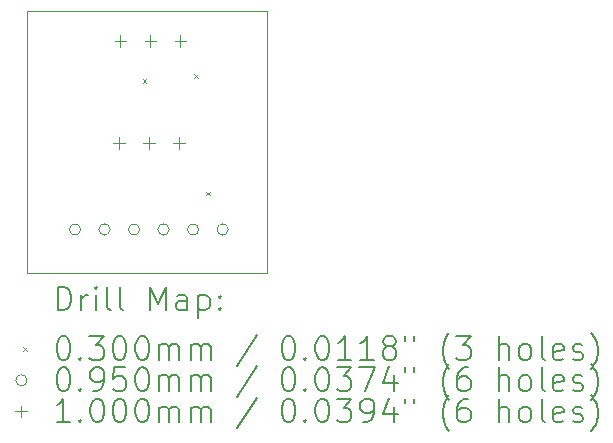
<source format=gbr>
%TF.GenerationSoftware,KiCad,Pcbnew,8.0.3*%
%TF.CreationDate,2024-11-04T16:53:38-08:00*%
%TF.ProjectId,MicPCB,4d696350-4342-42e6-9b69-6361645f7063,rev?*%
%TF.SameCoordinates,Original*%
%TF.FileFunction,Drillmap*%
%TF.FilePolarity,Positive*%
%FSLAX45Y45*%
G04 Gerber Fmt 4.5, Leading zero omitted, Abs format (unit mm)*
G04 Created by KiCad (PCBNEW 8.0.3) date 2024-11-04 16:53:38*
%MOMM*%
%LPD*%
G01*
G04 APERTURE LIST*
%ADD10C,0.050000*%
%ADD11C,0.200000*%
%ADD12C,0.100000*%
G04 APERTURE END LIST*
D10*
X8686800Y-5613400D02*
X10713720Y-5613400D01*
X10713720Y-7833360D01*
X8686800Y-7833360D01*
X8686800Y-5613400D01*
D11*
D12*
X9662400Y-6192760D02*
X9692400Y-6222760D01*
X9692400Y-6192760D02*
X9662400Y-6222760D01*
X10099280Y-6147040D02*
X10129280Y-6177040D01*
X10129280Y-6147040D02*
X10099280Y-6177040D01*
X10200880Y-7142720D02*
X10230880Y-7172720D01*
X10230880Y-7142720D02*
X10200880Y-7172720D01*
X9138000Y-7463000D02*
G75*
G02*
X9043000Y-7463000I-47500J0D01*
G01*
X9043000Y-7463000D02*
G75*
G02*
X9138000Y-7463000I47500J0D01*
G01*
X9388000Y-7463000D02*
G75*
G02*
X9293000Y-7463000I-47500J0D01*
G01*
X9293000Y-7463000D02*
G75*
G02*
X9388000Y-7463000I47500J0D01*
G01*
X9638000Y-7463000D02*
G75*
G02*
X9543000Y-7463000I-47500J0D01*
G01*
X9543000Y-7463000D02*
G75*
G02*
X9638000Y-7463000I47500J0D01*
G01*
X9888000Y-7463000D02*
G75*
G02*
X9793000Y-7463000I-47500J0D01*
G01*
X9793000Y-7463000D02*
G75*
G02*
X9888000Y-7463000I47500J0D01*
G01*
X10138000Y-7463000D02*
G75*
G02*
X10043000Y-7463000I-47500J0D01*
G01*
X10043000Y-7463000D02*
G75*
G02*
X10138000Y-7463000I47500J0D01*
G01*
X10388000Y-7463000D02*
G75*
G02*
X10293000Y-7463000I-47500J0D01*
G01*
X10293000Y-7463000D02*
G75*
G02*
X10388000Y-7463000I47500J0D01*
G01*
X9461500Y-6681000D02*
X9461500Y-6781000D01*
X9411500Y-6731000D02*
X9511500Y-6731000D01*
X9475700Y-5819980D02*
X9475700Y-5919980D01*
X9425700Y-5869980D02*
X9525700Y-5869980D01*
X9715500Y-6681000D02*
X9715500Y-6781000D01*
X9665500Y-6731000D02*
X9765500Y-6731000D01*
X9729700Y-5819980D02*
X9729700Y-5919980D01*
X9679700Y-5869980D02*
X9779700Y-5869980D01*
X9969500Y-6681000D02*
X9969500Y-6781000D01*
X9919500Y-6731000D02*
X10019500Y-6731000D01*
X9983700Y-5819980D02*
X9983700Y-5919980D01*
X9933700Y-5869980D02*
X10033700Y-5869980D01*
D11*
X8945077Y-8147344D02*
X8945077Y-7947344D01*
X8945077Y-7947344D02*
X8992696Y-7947344D01*
X8992696Y-7947344D02*
X9021267Y-7956868D01*
X9021267Y-7956868D02*
X9040315Y-7975915D01*
X9040315Y-7975915D02*
X9049839Y-7994963D01*
X9049839Y-7994963D02*
X9059363Y-8033058D01*
X9059363Y-8033058D02*
X9059363Y-8061629D01*
X9059363Y-8061629D02*
X9049839Y-8099725D01*
X9049839Y-8099725D02*
X9040315Y-8118772D01*
X9040315Y-8118772D02*
X9021267Y-8137820D01*
X9021267Y-8137820D02*
X8992696Y-8147344D01*
X8992696Y-8147344D02*
X8945077Y-8147344D01*
X9145077Y-8147344D02*
X9145077Y-8014010D01*
X9145077Y-8052106D02*
X9154601Y-8033058D01*
X9154601Y-8033058D02*
X9164124Y-8023534D01*
X9164124Y-8023534D02*
X9183172Y-8014010D01*
X9183172Y-8014010D02*
X9202220Y-8014010D01*
X9268886Y-8147344D02*
X9268886Y-8014010D01*
X9268886Y-7947344D02*
X9259363Y-7956868D01*
X9259363Y-7956868D02*
X9268886Y-7966391D01*
X9268886Y-7966391D02*
X9278410Y-7956868D01*
X9278410Y-7956868D02*
X9268886Y-7947344D01*
X9268886Y-7947344D02*
X9268886Y-7966391D01*
X9392696Y-8147344D02*
X9373648Y-8137820D01*
X9373648Y-8137820D02*
X9364124Y-8118772D01*
X9364124Y-8118772D02*
X9364124Y-7947344D01*
X9497458Y-8147344D02*
X9478410Y-8137820D01*
X9478410Y-8137820D02*
X9468886Y-8118772D01*
X9468886Y-8118772D02*
X9468886Y-7947344D01*
X9726029Y-8147344D02*
X9726029Y-7947344D01*
X9726029Y-7947344D02*
X9792696Y-8090201D01*
X9792696Y-8090201D02*
X9859363Y-7947344D01*
X9859363Y-7947344D02*
X9859363Y-8147344D01*
X10040315Y-8147344D02*
X10040315Y-8042582D01*
X10040315Y-8042582D02*
X10030791Y-8023534D01*
X10030791Y-8023534D02*
X10011744Y-8014010D01*
X10011744Y-8014010D02*
X9973648Y-8014010D01*
X9973648Y-8014010D02*
X9954601Y-8023534D01*
X10040315Y-8137820D02*
X10021267Y-8147344D01*
X10021267Y-8147344D02*
X9973648Y-8147344D01*
X9973648Y-8147344D02*
X9954601Y-8137820D01*
X9954601Y-8137820D02*
X9945077Y-8118772D01*
X9945077Y-8118772D02*
X9945077Y-8099725D01*
X9945077Y-8099725D02*
X9954601Y-8080677D01*
X9954601Y-8080677D02*
X9973648Y-8071153D01*
X9973648Y-8071153D02*
X10021267Y-8071153D01*
X10021267Y-8071153D02*
X10040315Y-8061629D01*
X10135553Y-8014010D02*
X10135553Y-8214010D01*
X10135553Y-8023534D02*
X10154601Y-8014010D01*
X10154601Y-8014010D02*
X10192696Y-8014010D01*
X10192696Y-8014010D02*
X10211744Y-8023534D01*
X10211744Y-8023534D02*
X10221267Y-8033058D01*
X10221267Y-8033058D02*
X10230791Y-8052106D01*
X10230791Y-8052106D02*
X10230791Y-8109248D01*
X10230791Y-8109248D02*
X10221267Y-8128296D01*
X10221267Y-8128296D02*
X10211744Y-8137820D01*
X10211744Y-8137820D02*
X10192696Y-8147344D01*
X10192696Y-8147344D02*
X10154601Y-8147344D01*
X10154601Y-8147344D02*
X10135553Y-8137820D01*
X10316505Y-8128296D02*
X10326029Y-8137820D01*
X10326029Y-8137820D02*
X10316505Y-8147344D01*
X10316505Y-8147344D02*
X10306982Y-8137820D01*
X10306982Y-8137820D02*
X10316505Y-8128296D01*
X10316505Y-8128296D02*
X10316505Y-8147344D01*
X10316505Y-8023534D02*
X10326029Y-8033058D01*
X10326029Y-8033058D02*
X10316505Y-8042582D01*
X10316505Y-8042582D02*
X10306982Y-8033058D01*
X10306982Y-8033058D02*
X10316505Y-8023534D01*
X10316505Y-8023534D02*
X10316505Y-8042582D01*
D12*
X8654300Y-8460860D02*
X8684300Y-8490860D01*
X8684300Y-8460860D02*
X8654300Y-8490860D01*
D11*
X8983172Y-8367344D02*
X9002220Y-8367344D01*
X9002220Y-8367344D02*
X9021267Y-8376868D01*
X9021267Y-8376868D02*
X9030791Y-8386391D01*
X9030791Y-8386391D02*
X9040315Y-8405439D01*
X9040315Y-8405439D02*
X9049839Y-8443534D01*
X9049839Y-8443534D02*
X9049839Y-8491153D01*
X9049839Y-8491153D02*
X9040315Y-8529249D01*
X9040315Y-8529249D02*
X9030791Y-8548296D01*
X9030791Y-8548296D02*
X9021267Y-8557820D01*
X9021267Y-8557820D02*
X9002220Y-8567344D01*
X9002220Y-8567344D02*
X8983172Y-8567344D01*
X8983172Y-8567344D02*
X8964124Y-8557820D01*
X8964124Y-8557820D02*
X8954601Y-8548296D01*
X8954601Y-8548296D02*
X8945077Y-8529249D01*
X8945077Y-8529249D02*
X8935553Y-8491153D01*
X8935553Y-8491153D02*
X8935553Y-8443534D01*
X8935553Y-8443534D02*
X8945077Y-8405439D01*
X8945077Y-8405439D02*
X8954601Y-8386391D01*
X8954601Y-8386391D02*
X8964124Y-8376868D01*
X8964124Y-8376868D02*
X8983172Y-8367344D01*
X9135553Y-8548296D02*
X9145077Y-8557820D01*
X9145077Y-8557820D02*
X9135553Y-8567344D01*
X9135553Y-8567344D02*
X9126029Y-8557820D01*
X9126029Y-8557820D02*
X9135553Y-8548296D01*
X9135553Y-8548296D02*
X9135553Y-8567344D01*
X9211744Y-8367344D02*
X9335553Y-8367344D01*
X9335553Y-8367344D02*
X9268886Y-8443534D01*
X9268886Y-8443534D02*
X9297458Y-8443534D01*
X9297458Y-8443534D02*
X9316505Y-8453058D01*
X9316505Y-8453058D02*
X9326029Y-8462582D01*
X9326029Y-8462582D02*
X9335553Y-8481630D01*
X9335553Y-8481630D02*
X9335553Y-8529249D01*
X9335553Y-8529249D02*
X9326029Y-8548296D01*
X9326029Y-8548296D02*
X9316505Y-8557820D01*
X9316505Y-8557820D02*
X9297458Y-8567344D01*
X9297458Y-8567344D02*
X9240315Y-8567344D01*
X9240315Y-8567344D02*
X9221267Y-8557820D01*
X9221267Y-8557820D02*
X9211744Y-8548296D01*
X9459363Y-8367344D02*
X9478410Y-8367344D01*
X9478410Y-8367344D02*
X9497458Y-8376868D01*
X9497458Y-8376868D02*
X9506982Y-8386391D01*
X9506982Y-8386391D02*
X9516505Y-8405439D01*
X9516505Y-8405439D02*
X9526029Y-8443534D01*
X9526029Y-8443534D02*
X9526029Y-8491153D01*
X9526029Y-8491153D02*
X9516505Y-8529249D01*
X9516505Y-8529249D02*
X9506982Y-8548296D01*
X9506982Y-8548296D02*
X9497458Y-8557820D01*
X9497458Y-8557820D02*
X9478410Y-8567344D01*
X9478410Y-8567344D02*
X9459363Y-8567344D01*
X9459363Y-8567344D02*
X9440315Y-8557820D01*
X9440315Y-8557820D02*
X9430791Y-8548296D01*
X9430791Y-8548296D02*
X9421267Y-8529249D01*
X9421267Y-8529249D02*
X9411744Y-8491153D01*
X9411744Y-8491153D02*
X9411744Y-8443534D01*
X9411744Y-8443534D02*
X9421267Y-8405439D01*
X9421267Y-8405439D02*
X9430791Y-8386391D01*
X9430791Y-8386391D02*
X9440315Y-8376868D01*
X9440315Y-8376868D02*
X9459363Y-8367344D01*
X9649839Y-8367344D02*
X9668886Y-8367344D01*
X9668886Y-8367344D02*
X9687934Y-8376868D01*
X9687934Y-8376868D02*
X9697458Y-8386391D01*
X9697458Y-8386391D02*
X9706982Y-8405439D01*
X9706982Y-8405439D02*
X9716505Y-8443534D01*
X9716505Y-8443534D02*
X9716505Y-8491153D01*
X9716505Y-8491153D02*
X9706982Y-8529249D01*
X9706982Y-8529249D02*
X9697458Y-8548296D01*
X9697458Y-8548296D02*
X9687934Y-8557820D01*
X9687934Y-8557820D02*
X9668886Y-8567344D01*
X9668886Y-8567344D02*
X9649839Y-8567344D01*
X9649839Y-8567344D02*
X9630791Y-8557820D01*
X9630791Y-8557820D02*
X9621267Y-8548296D01*
X9621267Y-8548296D02*
X9611744Y-8529249D01*
X9611744Y-8529249D02*
X9602220Y-8491153D01*
X9602220Y-8491153D02*
X9602220Y-8443534D01*
X9602220Y-8443534D02*
X9611744Y-8405439D01*
X9611744Y-8405439D02*
X9621267Y-8386391D01*
X9621267Y-8386391D02*
X9630791Y-8376868D01*
X9630791Y-8376868D02*
X9649839Y-8367344D01*
X9802220Y-8567344D02*
X9802220Y-8434010D01*
X9802220Y-8453058D02*
X9811744Y-8443534D01*
X9811744Y-8443534D02*
X9830791Y-8434010D01*
X9830791Y-8434010D02*
X9859363Y-8434010D01*
X9859363Y-8434010D02*
X9878410Y-8443534D01*
X9878410Y-8443534D02*
X9887934Y-8462582D01*
X9887934Y-8462582D02*
X9887934Y-8567344D01*
X9887934Y-8462582D02*
X9897458Y-8443534D01*
X9897458Y-8443534D02*
X9916505Y-8434010D01*
X9916505Y-8434010D02*
X9945077Y-8434010D01*
X9945077Y-8434010D02*
X9964125Y-8443534D01*
X9964125Y-8443534D02*
X9973648Y-8462582D01*
X9973648Y-8462582D02*
X9973648Y-8567344D01*
X10068886Y-8567344D02*
X10068886Y-8434010D01*
X10068886Y-8453058D02*
X10078410Y-8443534D01*
X10078410Y-8443534D02*
X10097458Y-8434010D01*
X10097458Y-8434010D02*
X10126029Y-8434010D01*
X10126029Y-8434010D02*
X10145077Y-8443534D01*
X10145077Y-8443534D02*
X10154601Y-8462582D01*
X10154601Y-8462582D02*
X10154601Y-8567344D01*
X10154601Y-8462582D02*
X10164125Y-8443534D01*
X10164125Y-8443534D02*
X10183172Y-8434010D01*
X10183172Y-8434010D02*
X10211744Y-8434010D01*
X10211744Y-8434010D02*
X10230791Y-8443534D01*
X10230791Y-8443534D02*
X10240315Y-8462582D01*
X10240315Y-8462582D02*
X10240315Y-8567344D01*
X10630791Y-8357820D02*
X10459363Y-8614963D01*
X10887934Y-8367344D02*
X10906982Y-8367344D01*
X10906982Y-8367344D02*
X10926029Y-8376868D01*
X10926029Y-8376868D02*
X10935553Y-8386391D01*
X10935553Y-8386391D02*
X10945077Y-8405439D01*
X10945077Y-8405439D02*
X10954601Y-8443534D01*
X10954601Y-8443534D02*
X10954601Y-8491153D01*
X10954601Y-8491153D02*
X10945077Y-8529249D01*
X10945077Y-8529249D02*
X10935553Y-8548296D01*
X10935553Y-8548296D02*
X10926029Y-8557820D01*
X10926029Y-8557820D02*
X10906982Y-8567344D01*
X10906982Y-8567344D02*
X10887934Y-8567344D01*
X10887934Y-8567344D02*
X10868887Y-8557820D01*
X10868887Y-8557820D02*
X10859363Y-8548296D01*
X10859363Y-8548296D02*
X10849839Y-8529249D01*
X10849839Y-8529249D02*
X10840315Y-8491153D01*
X10840315Y-8491153D02*
X10840315Y-8443534D01*
X10840315Y-8443534D02*
X10849839Y-8405439D01*
X10849839Y-8405439D02*
X10859363Y-8386391D01*
X10859363Y-8386391D02*
X10868887Y-8376868D01*
X10868887Y-8376868D02*
X10887934Y-8367344D01*
X11040315Y-8548296D02*
X11049839Y-8557820D01*
X11049839Y-8557820D02*
X11040315Y-8567344D01*
X11040315Y-8567344D02*
X11030791Y-8557820D01*
X11030791Y-8557820D02*
X11040315Y-8548296D01*
X11040315Y-8548296D02*
X11040315Y-8567344D01*
X11173648Y-8367344D02*
X11192696Y-8367344D01*
X11192696Y-8367344D02*
X11211744Y-8376868D01*
X11211744Y-8376868D02*
X11221267Y-8386391D01*
X11221267Y-8386391D02*
X11230791Y-8405439D01*
X11230791Y-8405439D02*
X11240315Y-8443534D01*
X11240315Y-8443534D02*
X11240315Y-8491153D01*
X11240315Y-8491153D02*
X11230791Y-8529249D01*
X11230791Y-8529249D02*
X11221267Y-8548296D01*
X11221267Y-8548296D02*
X11211744Y-8557820D01*
X11211744Y-8557820D02*
X11192696Y-8567344D01*
X11192696Y-8567344D02*
X11173648Y-8567344D01*
X11173648Y-8567344D02*
X11154601Y-8557820D01*
X11154601Y-8557820D02*
X11145077Y-8548296D01*
X11145077Y-8548296D02*
X11135553Y-8529249D01*
X11135553Y-8529249D02*
X11126029Y-8491153D01*
X11126029Y-8491153D02*
X11126029Y-8443534D01*
X11126029Y-8443534D02*
X11135553Y-8405439D01*
X11135553Y-8405439D02*
X11145077Y-8386391D01*
X11145077Y-8386391D02*
X11154601Y-8376868D01*
X11154601Y-8376868D02*
X11173648Y-8367344D01*
X11430791Y-8567344D02*
X11316506Y-8567344D01*
X11373648Y-8567344D02*
X11373648Y-8367344D01*
X11373648Y-8367344D02*
X11354601Y-8395915D01*
X11354601Y-8395915D02*
X11335553Y-8414963D01*
X11335553Y-8414963D02*
X11316506Y-8424487D01*
X11621267Y-8567344D02*
X11506982Y-8567344D01*
X11564125Y-8567344D02*
X11564125Y-8367344D01*
X11564125Y-8367344D02*
X11545077Y-8395915D01*
X11545077Y-8395915D02*
X11526029Y-8414963D01*
X11526029Y-8414963D02*
X11506982Y-8424487D01*
X11735553Y-8453058D02*
X11716506Y-8443534D01*
X11716506Y-8443534D02*
X11706982Y-8434010D01*
X11706982Y-8434010D02*
X11697458Y-8414963D01*
X11697458Y-8414963D02*
X11697458Y-8405439D01*
X11697458Y-8405439D02*
X11706982Y-8386391D01*
X11706982Y-8386391D02*
X11716506Y-8376868D01*
X11716506Y-8376868D02*
X11735553Y-8367344D01*
X11735553Y-8367344D02*
X11773648Y-8367344D01*
X11773648Y-8367344D02*
X11792696Y-8376868D01*
X11792696Y-8376868D02*
X11802220Y-8386391D01*
X11802220Y-8386391D02*
X11811744Y-8405439D01*
X11811744Y-8405439D02*
X11811744Y-8414963D01*
X11811744Y-8414963D02*
X11802220Y-8434010D01*
X11802220Y-8434010D02*
X11792696Y-8443534D01*
X11792696Y-8443534D02*
X11773648Y-8453058D01*
X11773648Y-8453058D02*
X11735553Y-8453058D01*
X11735553Y-8453058D02*
X11716506Y-8462582D01*
X11716506Y-8462582D02*
X11706982Y-8472106D01*
X11706982Y-8472106D02*
X11697458Y-8491153D01*
X11697458Y-8491153D02*
X11697458Y-8529249D01*
X11697458Y-8529249D02*
X11706982Y-8548296D01*
X11706982Y-8548296D02*
X11716506Y-8557820D01*
X11716506Y-8557820D02*
X11735553Y-8567344D01*
X11735553Y-8567344D02*
X11773648Y-8567344D01*
X11773648Y-8567344D02*
X11792696Y-8557820D01*
X11792696Y-8557820D02*
X11802220Y-8548296D01*
X11802220Y-8548296D02*
X11811744Y-8529249D01*
X11811744Y-8529249D02*
X11811744Y-8491153D01*
X11811744Y-8491153D02*
X11802220Y-8472106D01*
X11802220Y-8472106D02*
X11792696Y-8462582D01*
X11792696Y-8462582D02*
X11773648Y-8453058D01*
X11887934Y-8367344D02*
X11887934Y-8405439D01*
X11964125Y-8367344D02*
X11964125Y-8405439D01*
X12259363Y-8643534D02*
X12249839Y-8634010D01*
X12249839Y-8634010D02*
X12230791Y-8605439D01*
X12230791Y-8605439D02*
X12221268Y-8586391D01*
X12221268Y-8586391D02*
X12211744Y-8557820D01*
X12211744Y-8557820D02*
X12202220Y-8510201D01*
X12202220Y-8510201D02*
X12202220Y-8472106D01*
X12202220Y-8472106D02*
X12211744Y-8424487D01*
X12211744Y-8424487D02*
X12221268Y-8395915D01*
X12221268Y-8395915D02*
X12230791Y-8376868D01*
X12230791Y-8376868D02*
X12249839Y-8348296D01*
X12249839Y-8348296D02*
X12259363Y-8338772D01*
X12316506Y-8367344D02*
X12440315Y-8367344D01*
X12440315Y-8367344D02*
X12373648Y-8443534D01*
X12373648Y-8443534D02*
X12402220Y-8443534D01*
X12402220Y-8443534D02*
X12421268Y-8453058D01*
X12421268Y-8453058D02*
X12430791Y-8462582D01*
X12430791Y-8462582D02*
X12440315Y-8481630D01*
X12440315Y-8481630D02*
X12440315Y-8529249D01*
X12440315Y-8529249D02*
X12430791Y-8548296D01*
X12430791Y-8548296D02*
X12421268Y-8557820D01*
X12421268Y-8557820D02*
X12402220Y-8567344D01*
X12402220Y-8567344D02*
X12345077Y-8567344D01*
X12345077Y-8567344D02*
X12326029Y-8557820D01*
X12326029Y-8557820D02*
X12316506Y-8548296D01*
X12678410Y-8567344D02*
X12678410Y-8367344D01*
X12764125Y-8567344D02*
X12764125Y-8462582D01*
X12764125Y-8462582D02*
X12754601Y-8443534D01*
X12754601Y-8443534D02*
X12735553Y-8434010D01*
X12735553Y-8434010D02*
X12706982Y-8434010D01*
X12706982Y-8434010D02*
X12687934Y-8443534D01*
X12687934Y-8443534D02*
X12678410Y-8453058D01*
X12887934Y-8567344D02*
X12868887Y-8557820D01*
X12868887Y-8557820D02*
X12859363Y-8548296D01*
X12859363Y-8548296D02*
X12849839Y-8529249D01*
X12849839Y-8529249D02*
X12849839Y-8472106D01*
X12849839Y-8472106D02*
X12859363Y-8453058D01*
X12859363Y-8453058D02*
X12868887Y-8443534D01*
X12868887Y-8443534D02*
X12887934Y-8434010D01*
X12887934Y-8434010D02*
X12916506Y-8434010D01*
X12916506Y-8434010D02*
X12935553Y-8443534D01*
X12935553Y-8443534D02*
X12945077Y-8453058D01*
X12945077Y-8453058D02*
X12954601Y-8472106D01*
X12954601Y-8472106D02*
X12954601Y-8529249D01*
X12954601Y-8529249D02*
X12945077Y-8548296D01*
X12945077Y-8548296D02*
X12935553Y-8557820D01*
X12935553Y-8557820D02*
X12916506Y-8567344D01*
X12916506Y-8567344D02*
X12887934Y-8567344D01*
X13068887Y-8567344D02*
X13049839Y-8557820D01*
X13049839Y-8557820D02*
X13040315Y-8538772D01*
X13040315Y-8538772D02*
X13040315Y-8367344D01*
X13221268Y-8557820D02*
X13202220Y-8567344D01*
X13202220Y-8567344D02*
X13164125Y-8567344D01*
X13164125Y-8567344D02*
X13145077Y-8557820D01*
X13145077Y-8557820D02*
X13135553Y-8538772D01*
X13135553Y-8538772D02*
X13135553Y-8462582D01*
X13135553Y-8462582D02*
X13145077Y-8443534D01*
X13145077Y-8443534D02*
X13164125Y-8434010D01*
X13164125Y-8434010D02*
X13202220Y-8434010D01*
X13202220Y-8434010D02*
X13221268Y-8443534D01*
X13221268Y-8443534D02*
X13230791Y-8462582D01*
X13230791Y-8462582D02*
X13230791Y-8481630D01*
X13230791Y-8481630D02*
X13135553Y-8500677D01*
X13306982Y-8557820D02*
X13326030Y-8567344D01*
X13326030Y-8567344D02*
X13364125Y-8567344D01*
X13364125Y-8567344D02*
X13383172Y-8557820D01*
X13383172Y-8557820D02*
X13392696Y-8538772D01*
X13392696Y-8538772D02*
X13392696Y-8529249D01*
X13392696Y-8529249D02*
X13383172Y-8510201D01*
X13383172Y-8510201D02*
X13364125Y-8500677D01*
X13364125Y-8500677D02*
X13335553Y-8500677D01*
X13335553Y-8500677D02*
X13316506Y-8491153D01*
X13316506Y-8491153D02*
X13306982Y-8472106D01*
X13306982Y-8472106D02*
X13306982Y-8462582D01*
X13306982Y-8462582D02*
X13316506Y-8443534D01*
X13316506Y-8443534D02*
X13335553Y-8434010D01*
X13335553Y-8434010D02*
X13364125Y-8434010D01*
X13364125Y-8434010D02*
X13383172Y-8443534D01*
X13459363Y-8643534D02*
X13468887Y-8634010D01*
X13468887Y-8634010D02*
X13487934Y-8605439D01*
X13487934Y-8605439D02*
X13497458Y-8586391D01*
X13497458Y-8586391D02*
X13506982Y-8557820D01*
X13506982Y-8557820D02*
X13516506Y-8510201D01*
X13516506Y-8510201D02*
X13516506Y-8472106D01*
X13516506Y-8472106D02*
X13506982Y-8424487D01*
X13506982Y-8424487D02*
X13497458Y-8395915D01*
X13497458Y-8395915D02*
X13487934Y-8376868D01*
X13487934Y-8376868D02*
X13468887Y-8348296D01*
X13468887Y-8348296D02*
X13459363Y-8338772D01*
D12*
X8684300Y-8739860D02*
G75*
G02*
X8589300Y-8739860I-47500J0D01*
G01*
X8589300Y-8739860D02*
G75*
G02*
X8684300Y-8739860I47500J0D01*
G01*
D11*
X8983172Y-8631344D02*
X9002220Y-8631344D01*
X9002220Y-8631344D02*
X9021267Y-8640868D01*
X9021267Y-8640868D02*
X9030791Y-8650391D01*
X9030791Y-8650391D02*
X9040315Y-8669439D01*
X9040315Y-8669439D02*
X9049839Y-8707534D01*
X9049839Y-8707534D02*
X9049839Y-8755153D01*
X9049839Y-8755153D02*
X9040315Y-8793249D01*
X9040315Y-8793249D02*
X9030791Y-8812296D01*
X9030791Y-8812296D02*
X9021267Y-8821820D01*
X9021267Y-8821820D02*
X9002220Y-8831344D01*
X9002220Y-8831344D02*
X8983172Y-8831344D01*
X8983172Y-8831344D02*
X8964124Y-8821820D01*
X8964124Y-8821820D02*
X8954601Y-8812296D01*
X8954601Y-8812296D02*
X8945077Y-8793249D01*
X8945077Y-8793249D02*
X8935553Y-8755153D01*
X8935553Y-8755153D02*
X8935553Y-8707534D01*
X8935553Y-8707534D02*
X8945077Y-8669439D01*
X8945077Y-8669439D02*
X8954601Y-8650391D01*
X8954601Y-8650391D02*
X8964124Y-8640868D01*
X8964124Y-8640868D02*
X8983172Y-8631344D01*
X9135553Y-8812296D02*
X9145077Y-8821820D01*
X9145077Y-8821820D02*
X9135553Y-8831344D01*
X9135553Y-8831344D02*
X9126029Y-8821820D01*
X9126029Y-8821820D02*
X9135553Y-8812296D01*
X9135553Y-8812296D02*
X9135553Y-8831344D01*
X9240315Y-8831344D02*
X9278410Y-8831344D01*
X9278410Y-8831344D02*
X9297458Y-8821820D01*
X9297458Y-8821820D02*
X9306982Y-8812296D01*
X9306982Y-8812296D02*
X9326029Y-8783725D01*
X9326029Y-8783725D02*
X9335553Y-8745630D01*
X9335553Y-8745630D02*
X9335553Y-8669439D01*
X9335553Y-8669439D02*
X9326029Y-8650391D01*
X9326029Y-8650391D02*
X9316505Y-8640868D01*
X9316505Y-8640868D02*
X9297458Y-8631344D01*
X9297458Y-8631344D02*
X9259363Y-8631344D01*
X9259363Y-8631344D02*
X9240315Y-8640868D01*
X9240315Y-8640868D02*
X9230791Y-8650391D01*
X9230791Y-8650391D02*
X9221267Y-8669439D01*
X9221267Y-8669439D02*
X9221267Y-8717058D01*
X9221267Y-8717058D02*
X9230791Y-8736106D01*
X9230791Y-8736106D02*
X9240315Y-8745630D01*
X9240315Y-8745630D02*
X9259363Y-8755153D01*
X9259363Y-8755153D02*
X9297458Y-8755153D01*
X9297458Y-8755153D02*
X9316505Y-8745630D01*
X9316505Y-8745630D02*
X9326029Y-8736106D01*
X9326029Y-8736106D02*
X9335553Y-8717058D01*
X9516505Y-8631344D02*
X9421267Y-8631344D01*
X9421267Y-8631344D02*
X9411744Y-8726582D01*
X9411744Y-8726582D02*
X9421267Y-8717058D01*
X9421267Y-8717058D02*
X9440315Y-8707534D01*
X9440315Y-8707534D02*
X9487934Y-8707534D01*
X9487934Y-8707534D02*
X9506982Y-8717058D01*
X9506982Y-8717058D02*
X9516505Y-8726582D01*
X9516505Y-8726582D02*
X9526029Y-8745630D01*
X9526029Y-8745630D02*
X9526029Y-8793249D01*
X9526029Y-8793249D02*
X9516505Y-8812296D01*
X9516505Y-8812296D02*
X9506982Y-8821820D01*
X9506982Y-8821820D02*
X9487934Y-8831344D01*
X9487934Y-8831344D02*
X9440315Y-8831344D01*
X9440315Y-8831344D02*
X9421267Y-8821820D01*
X9421267Y-8821820D02*
X9411744Y-8812296D01*
X9649839Y-8631344D02*
X9668886Y-8631344D01*
X9668886Y-8631344D02*
X9687934Y-8640868D01*
X9687934Y-8640868D02*
X9697458Y-8650391D01*
X9697458Y-8650391D02*
X9706982Y-8669439D01*
X9706982Y-8669439D02*
X9716505Y-8707534D01*
X9716505Y-8707534D02*
X9716505Y-8755153D01*
X9716505Y-8755153D02*
X9706982Y-8793249D01*
X9706982Y-8793249D02*
X9697458Y-8812296D01*
X9697458Y-8812296D02*
X9687934Y-8821820D01*
X9687934Y-8821820D02*
X9668886Y-8831344D01*
X9668886Y-8831344D02*
X9649839Y-8831344D01*
X9649839Y-8831344D02*
X9630791Y-8821820D01*
X9630791Y-8821820D02*
X9621267Y-8812296D01*
X9621267Y-8812296D02*
X9611744Y-8793249D01*
X9611744Y-8793249D02*
X9602220Y-8755153D01*
X9602220Y-8755153D02*
X9602220Y-8707534D01*
X9602220Y-8707534D02*
X9611744Y-8669439D01*
X9611744Y-8669439D02*
X9621267Y-8650391D01*
X9621267Y-8650391D02*
X9630791Y-8640868D01*
X9630791Y-8640868D02*
X9649839Y-8631344D01*
X9802220Y-8831344D02*
X9802220Y-8698010D01*
X9802220Y-8717058D02*
X9811744Y-8707534D01*
X9811744Y-8707534D02*
X9830791Y-8698010D01*
X9830791Y-8698010D02*
X9859363Y-8698010D01*
X9859363Y-8698010D02*
X9878410Y-8707534D01*
X9878410Y-8707534D02*
X9887934Y-8726582D01*
X9887934Y-8726582D02*
X9887934Y-8831344D01*
X9887934Y-8726582D02*
X9897458Y-8707534D01*
X9897458Y-8707534D02*
X9916505Y-8698010D01*
X9916505Y-8698010D02*
X9945077Y-8698010D01*
X9945077Y-8698010D02*
X9964125Y-8707534D01*
X9964125Y-8707534D02*
X9973648Y-8726582D01*
X9973648Y-8726582D02*
X9973648Y-8831344D01*
X10068886Y-8831344D02*
X10068886Y-8698010D01*
X10068886Y-8717058D02*
X10078410Y-8707534D01*
X10078410Y-8707534D02*
X10097458Y-8698010D01*
X10097458Y-8698010D02*
X10126029Y-8698010D01*
X10126029Y-8698010D02*
X10145077Y-8707534D01*
X10145077Y-8707534D02*
X10154601Y-8726582D01*
X10154601Y-8726582D02*
X10154601Y-8831344D01*
X10154601Y-8726582D02*
X10164125Y-8707534D01*
X10164125Y-8707534D02*
X10183172Y-8698010D01*
X10183172Y-8698010D02*
X10211744Y-8698010D01*
X10211744Y-8698010D02*
X10230791Y-8707534D01*
X10230791Y-8707534D02*
X10240315Y-8726582D01*
X10240315Y-8726582D02*
X10240315Y-8831344D01*
X10630791Y-8621820D02*
X10459363Y-8878963D01*
X10887934Y-8631344D02*
X10906982Y-8631344D01*
X10906982Y-8631344D02*
X10926029Y-8640868D01*
X10926029Y-8640868D02*
X10935553Y-8650391D01*
X10935553Y-8650391D02*
X10945077Y-8669439D01*
X10945077Y-8669439D02*
X10954601Y-8707534D01*
X10954601Y-8707534D02*
X10954601Y-8755153D01*
X10954601Y-8755153D02*
X10945077Y-8793249D01*
X10945077Y-8793249D02*
X10935553Y-8812296D01*
X10935553Y-8812296D02*
X10926029Y-8821820D01*
X10926029Y-8821820D02*
X10906982Y-8831344D01*
X10906982Y-8831344D02*
X10887934Y-8831344D01*
X10887934Y-8831344D02*
X10868887Y-8821820D01*
X10868887Y-8821820D02*
X10859363Y-8812296D01*
X10859363Y-8812296D02*
X10849839Y-8793249D01*
X10849839Y-8793249D02*
X10840315Y-8755153D01*
X10840315Y-8755153D02*
X10840315Y-8707534D01*
X10840315Y-8707534D02*
X10849839Y-8669439D01*
X10849839Y-8669439D02*
X10859363Y-8650391D01*
X10859363Y-8650391D02*
X10868887Y-8640868D01*
X10868887Y-8640868D02*
X10887934Y-8631344D01*
X11040315Y-8812296D02*
X11049839Y-8821820D01*
X11049839Y-8821820D02*
X11040315Y-8831344D01*
X11040315Y-8831344D02*
X11030791Y-8821820D01*
X11030791Y-8821820D02*
X11040315Y-8812296D01*
X11040315Y-8812296D02*
X11040315Y-8831344D01*
X11173648Y-8631344D02*
X11192696Y-8631344D01*
X11192696Y-8631344D02*
X11211744Y-8640868D01*
X11211744Y-8640868D02*
X11221267Y-8650391D01*
X11221267Y-8650391D02*
X11230791Y-8669439D01*
X11230791Y-8669439D02*
X11240315Y-8707534D01*
X11240315Y-8707534D02*
X11240315Y-8755153D01*
X11240315Y-8755153D02*
X11230791Y-8793249D01*
X11230791Y-8793249D02*
X11221267Y-8812296D01*
X11221267Y-8812296D02*
X11211744Y-8821820D01*
X11211744Y-8821820D02*
X11192696Y-8831344D01*
X11192696Y-8831344D02*
X11173648Y-8831344D01*
X11173648Y-8831344D02*
X11154601Y-8821820D01*
X11154601Y-8821820D02*
X11145077Y-8812296D01*
X11145077Y-8812296D02*
X11135553Y-8793249D01*
X11135553Y-8793249D02*
X11126029Y-8755153D01*
X11126029Y-8755153D02*
X11126029Y-8707534D01*
X11126029Y-8707534D02*
X11135553Y-8669439D01*
X11135553Y-8669439D02*
X11145077Y-8650391D01*
X11145077Y-8650391D02*
X11154601Y-8640868D01*
X11154601Y-8640868D02*
X11173648Y-8631344D01*
X11306982Y-8631344D02*
X11430791Y-8631344D01*
X11430791Y-8631344D02*
X11364125Y-8707534D01*
X11364125Y-8707534D02*
X11392696Y-8707534D01*
X11392696Y-8707534D02*
X11411744Y-8717058D01*
X11411744Y-8717058D02*
X11421267Y-8726582D01*
X11421267Y-8726582D02*
X11430791Y-8745630D01*
X11430791Y-8745630D02*
X11430791Y-8793249D01*
X11430791Y-8793249D02*
X11421267Y-8812296D01*
X11421267Y-8812296D02*
X11411744Y-8821820D01*
X11411744Y-8821820D02*
X11392696Y-8831344D01*
X11392696Y-8831344D02*
X11335553Y-8831344D01*
X11335553Y-8831344D02*
X11316506Y-8821820D01*
X11316506Y-8821820D02*
X11306982Y-8812296D01*
X11497458Y-8631344D02*
X11630791Y-8631344D01*
X11630791Y-8631344D02*
X11545077Y-8831344D01*
X11792696Y-8698010D02*
X11792696Y-8831344D01*
X11745077Y-8621820D02*
X11697458Y-8764677D01*
X11697458Y-8764677D02*
X11821267Y-8764677D01*
X11887934Y-8631344D02*
X11887934Y-8669439D01*
X11964125Y-8631344D02*
X11964125Y-8669439D01*
X12259363Y-8907534D02*
X12249839Y-8898010D01*
X12249839Y-8898010D02*
X12230791Y-8869439D01*
X12230791Y-8869439D02*
X12221268Y-8850391D01*
X12221268Y-8850391D02*
X12211744Y-8821820D01*
X12211744Y-8821820D02*
X12202220Y-8774201D01*
X12202220Y-8774201D02*
X12202220Y-8736106D01*
X12202220Y-8736106D02*
X12211744Y-8688487D01*
X12211744Y-8688487D02*
X12221268Y-8659915D01*
X12221268Y-8659915D02*
X12230791Y-8640868D01*
X12230791Y-8640868D02*
X12249839Y-8612296D01*
X12249839Y-8612296D02*
X12259363Y-8602772D01*
X12421268Y-8631344D02*
X12383172Y-8631344D01*
X12383172Y-8631344D02*
X12364125Y-8640868D01*
X12364125Y-8640868D02*
X12354601Y-8650391D01*
X12354601Y-8650391D02*
X12335553Y-8678963D01*
X12335553Y-8678963D02*
X12326029Y-8717058D01*
X12326029Y-8717058D02*
X12326029Y-8793249D01*
X12326029Y-8793249D02*
X12335553Y-8812296D01*
X12335553Y-8812296D02*
X12345077Y-8821820D01*
X12345077Y-8821820D02*
X12364125Y-8831344D01*
X12364125Y-8831344D02*
X12402220Y-8831344D01*
X12402220Y-8831344D02*
X12421268Y-8821820D01*
X12421268Y-8821820D02*
X12430791Y-8812296D01*
X12430791Y-8812296D02*
X12440315Y-8793249D01*
X12440315Y-8793249D02*
X12440315Y-8745630D01*
X12440315Y-8745630D02*
X12430791Y-8726582D01*
X12430791Y-8726582D02*
X12421268Y-8717058D01*
X12421268Y-8717058D02*
X12402220Y-8707534D01*
X12402220Y-8707534D02*
X12364125Y-8707534D01*
X12364125Y-8707534D02*
X12345077Y-8717058D01*
X12345077Y-8717058D02*
X12335553Y-8726582D01*
X12335553Y-8726582D02*
X12326029Y-8745630D01*
X12678410Y-8831344D02*
X12678410Y-8631344D01*
X12764125Y-8831344D02*
X12764125Y-8726582D01*
X12764125Y-8726582D02*
X12754601Y-8707534D01*
X12754601Y-8707534D02*
X12735553Y-8698010D01*
X12735553Y-8698010D02*
X12706982Y-8698010D01*
X12706982Y-8698010D02*
X12687934Y-8707534D01*
X12687934Y-8707534D02*
X12678410Y-8717058D01*
X12887934Y-8831344D02*
X12868887Y-8821820D01*
X12868887Y-8821820D02*
X12859363Y-8812296D01*
X12859363Y-8812296D02*
X12849839Y-8793249D01*
X12849839Y-8793249D02*
X12849839Y-8736106D01*
X12849839Y-8736106D02*
X12859363Y-8717058D01*
X12859363Y-8717058D02*
X12868887Y-8707534D01*
X12868887Y-8707534D02*
X12887934Y-8698010D01*
X12887934Y-8698010D02*
X12916506Y-8698010D01*
X12916506Y-8698010D02*
X12935553Y-8707534D01*
X12935553Y-8707534D02*
X12945077Y-8717058D01*
X12945077Y-8717058D02*
X12954601Y-8736106D01*
X12954601Y-8736106D02*
X12954601Y-8793249D01*
X12954601Y-8793249D02*
X12945077Y-8812296D01*
X12945077Y-8812296D02*
X12935553Y-8821820D01*
X12935553Y-8821820D02*
X12916506Y-8831344D01*
X12916506Y-8831344D02*
X12887934Y-8831344D01*
X13068887Y-8831344D02*
X13049839Y-8821820D01*
X13049839Y-8821820D02*
X13040315Y-8802772D01*
X13040315Y-8802772D02*
X13040315Y-8631344D01*
X13221268Y-8821820D02*
X13202220Y-8831344D01*
X13202220Y-8831344D02*
X13164125Y-8831344D01*
X13164125Y-8831344D02*
X13145077Y-8821820D01*
X13145077Y-8821820D02*
X13135553Y-8802772D01*
X13135553Y-8802772D02*
X13135553Y-8726582D01*
X13135553Y-8726582D02*
X13145077Y-8707534D01*
X13145077Y-8707534D02*
X13164125Y-8698010D01*
X13164125Y-8698010D02*
X13202220Y-8698010D01*
X13202220Y-8698010D02*
X13221268Y-8707534D01*
X13221268Y-8707534D02*
X13230791Y-8726582D01*
X13230791Y-8726582D02*
X13230791Y-8745630D01*
X13230791Y-8745630D02*
X13135553Y-8764677D01*
X13306982Y-8821820D02*
X13326030Y-8831344D01*
X13326030Y-8831344D02*
X13364125Y-8831344D01*
X13364125Y-8831344D02*
X13383172Y-8821820D01*
X13383172Y-8821820D02*
X13392696Y-8802772D01*
X13392696Y-8802772D02*
X13392696Y-8793249D01*
X13392696Y-8793249D02*
X13383172Y-8774201D01*
X13383172Y-8774201D02*
X13364125Y-8764677D01*
X13364125Y-8764677D02*
X13335553Y-8764677D01*
X13335553Y-8764677D02*
X13316506Y-8755153D01*
X13316506Y-8755153D02*
X13306982Y-8736106D01*
X13306982Y-8736106D02*
X13306982Y-8726582D01*
X13306982Y-8726582D02*
X13316506Y-8707534D01*
X13316506Y-8707534D02*
X13335553Y-8698010D01*
X13335553Y-8698010D02*
X13364125Y-8698010D01*
X13364125Y-8698010D02*
X13383172Y-8707534D01*
X13459363Y-8907534D02*
X13468887Y-8898010D01*
X13468887Y-8898010D02*
X13487934Y-8869439D01*
X13487934Y-8869439D02*
X13497458Y-8850391D01*
X13497458Y-8850391D02*
X13506982Y-8821820D01*
X13506982Y-8821820D02*
X13516506Y-8774201D01*
X13516506Y-8774201D02*
X13516506Y-8736106D01*
X13516506Y-8736106D02*
X13506982Y-8688487D01*
X13506982Y-8688487D02*
X13497458Y-8659915D01*
X13497458Y-8659915D02*
X13487934Y-8640868D01*
X13487934Y-8640868D02*
X13468887Y-8612296D01*
X13468887Y-8612296D02*
X13459363Y-8602772D01*
D12*
X8634300Y-8953860D02*
X8634300Y-9053860D01*
X8584300Y-9003860D02*
X8684300Y-9003860D01*
D11*
X9049839Y-9095344D02*
X8935553Y-9095344D01*
X8992696Y-9095344D02*
X8992696Y-8895344D01*
X8992696Y-8895344D02*
X8973648Y-8923915D01*
X8973648Y-8923915D02*
X8954601Y-8942963D01*
X8954601Y-8942963D02*
X8935553Y-8952487D01*
X9135553Y-9076296D02*
X9145077Y-9085820D01*
X9145077Y-9085820D02*
X9135553Y-9095344D01*
X9135553Y-9095344D02*
X9126029Y-9085820D01*
X9126029Y-9085820D02*
X9135553Y-9076296D01*
X9135553Y-9076296D02*
X9135553Y-9095344D01*
X9268886Y-8895344D02*
X9287934Y-8895344D01*
X9287934Y-8895344D02*
X9306982Y-8904868D01*
X9306982Y-8904868D02*
X9316505Y-8914391D01*
X9316505Y-8914391D02*
X9326029Y-8933439D01*
X9326029Y-8933439D02*
X9335553Y-8971534D01*
X9335553Y-8971534D02*
X9335553Y-9019153D01*
X9335553Y-9019153D02*
X9326029Y-9057249D01*
X9326029Y-9057249D02*
X9316505Y-9076296D01*
X9316505Y-9076296D02*
X9306982Y-9085820D01*
X9306982Y-9085820D02*
X9287934Y-9095344D01*
X9287934Y-9095344D02*
X9268886Y-9095344D01*
X9268886Y-9095344D02*
X9249839Y-9085820D01*
X9249839Y-9085820D02*
X9240315Y-9076296D01*
X9240315Y-9076296D02*
X9230791Y-9057249D01*
X9230791Y-9057249D02*
X9221267Y-9019153D01*
X9221267Y-9019153D02*
X9221267Y-8971534D01*
X9221267Y-8971534D02*
X9230791Y-8933439D01*
X9230791Y-8933439D02*
X9240315Y-8914391D01*
X9240315Y-8914391D02*
X9249839Y-8904868D01*
X9249839Y-8904868D02*
X9268886Y-8895344D01*
X9459363Y-8895344D02*
X9478410Y-8895344D01*
X9478410Y-8895344D02*
X9497458Y-8904868D01*
X9497458Y-8904868D02*
X9506982Y-8914391D01*
X9506982Y-8914391D02*
X9516505Y-8933439D01*
X9516505Y-8933439D02*
X9526029Y-8971534D01*
X9526029Y-8971534D02*
X9526029Y-9019153D01*
X9526029Y-9019153D02*
X9516505Y-9057249D01*
X9516505Y-9057249D02*
X9506982Y-9076296D01*
X9506982Y-9076296D02*
X9497458Y-9085820D01*
X9497458Y-9085820D02*
X9478410Y-9095344D01*
X9478410Y-9095344D02*
X9459363Y-9095344D01*
X9459363Y-9095344D02*
X9440315Y-9085820D01*
X9440315Y-9085820D02*
X9430791Y-9076296D01*
X9430791Y-9076296D02*
X9421267Y-9057249D01*
X9421267Y-9057249D02*
X9411744Y-9019153D01*
X9411744Y-9019153D02*
X9411744Y-8971534D01*
X9411744Y-8971534D02*
X9421267Y-8933439D01*
X9421267Y-8933439D02*
X9430791Y-8914391D01*
X9430791Y-8914391D02*
X9440315Y-8904868D01*
X9440315Y-8904868D02*
X9459363Y-8895344D01*
X9649839Y-8895344D02*
X9668886Y-8895344D01*
X9668886Y-8895344D02*
X9687934Y-8904868D01*
X9687934Y-8904868D02*
X9697458Y-8914391D01*
X9697458Y-8914391D02*
X9706982Y-8933439D01*
X9706982Y-8933439D02*
X9716505Y-8971534D01*
X9716505Y-8971534D02*
X9716505Y-9019153D01*
X9716505Y-9019153D02*
X9706982Y-9057249D01*
X9706982Y-9057249D02*
X9697458Y-9076296D01*
X9697458Y-9076296D02*
X9687934Y-9085820D01*
X9687934Y-9085820D02*
X9668886Y-9095344D01*
X9668886Y-9095344D02*
X9649839Y-9095344D01*
X9649839Y-9095344D02*
X9630791Y-9085820D01*
X9630791Y-9085820D02*
X9621267Y-9076296D01*
X9621267Y-9076296D02*
X9611744Y-9057249D01*
X9611744Y-9057249D02*
X9602220Y-9019153D01*
X9602220Y-9019153D02*
X9602220Y-8971534D01*
X9602220Y-8971534D02*
X9611744Y-8933439D01*
X9611744Y-8933439D02*
X9621267Y-8914391D01*
X9621267Y-8914391D02*
X9630791Y-8904868D01*
X9630791Y-8904868D02*
X9649839Y-8895344D01*
X9802220Y-9095344D02*
X9802220Y-8962010D01*
X9802220Y-8981058D02*
X9811744Y-8971534D01*
X9811744Y-8971534D02*
X9830791Y-8962010D01*
X9830791Y-8962010D02*
X9859363Y-8962010D01*
X9859363Y-8962010D02*
X9878410Y-8971534D01*
X9878410Y-8971534D02*
X9887934Y-8990582D01*
X9887934Y-8990582D02*
X9887934Y-9095344D01*
X9887934Y-8990582D02*
X9897458Y-8971534D01*
X9897458Y-8971534D02*
X9916505Y-8962010D01*
X9916505Y-8962010D02*
X9945077Y-8962010D01*
X9945077Y-8962010D02*
X9964125Y-8971534D01*
X9964125Y-8971534D02*
X9973648Y-8990582D01*
X9973648Y-8990582D02*
X9973648Y-9095344D01*
X10068886Y-9095344D02*
X10068886Y-8962010D01*
X10068886Y-8981058D02*
X10078410Y-8971534D01*
X10078410Y-8971534D02*
X10097458Y-8962010D01*
X10097458Y-8962010D02*
X10126029Y-8962010D01*
X10126029Y-8962010D02*
X10145077Y-8971534D01*
X10145077Y-8971534D02*
X10154601Y-8990582D01*
X10154601Y-8990582D02*
X10154601Y-9095344D01*
X10154601Y-8990582D02*
X10164125Y-8971534D01*
X10164125Y-8971534D02*
X10183172Y-8962010D01*
X10183172Y-8962010D02*
X10211744Y-8962010D01*
X10211744Y-8962010D02*
X10230791Y-8971534D01*
X10230791Y-8971534D02*
X10240315Y-8990582D01*
X10240315Y-8990582D02*
X10240315Y-9095344D01*
X10630791Y-8885820D02*
X10459363Y-9142963D01*
X10887934Y-8895344D02*
X10906982Y-8895344D01*
X10906982Y-8895344D02*
X10926029Y-8904868D01*
X10926029Y-8904868D02*
X10935553Y-8914391D01*
X10935553Y-8914391D02*
X10945077Y-8933439D01*
X10945077Y-8933439D02*
X10954601Y-8971534D01*
X10954601Y-8971534D02*
X10954601Y-9019153D01*
X10954601Y-9019153D02*
X10945077Y-9057249D01*
X10945077Y-9057249D02*
X10935553Y-9076296D01*
X10935553Y-9076296D02*
X10926029Y-9085820D01*
X10926029Y-9085820D02*
X10906982Y-9095344D01*
X10906982Y-9095344D02*
X10887934Y-9095344D01*
X10887934Y-9095344D02*
X10868887Y-9085820D01*
X10868887Y-9085820D02*
X10859363Y-9076296D01*
X10859363Y-9076296D02*
X10849839Y-9057249D01*
X10849839Y-9057249D02*
X10840315Y-9019153D01*
X10840315Y-9019153D02*
X10840315Y-8971534D01*
X10840315Y-8971534D02*
X10849839Y-8933439D01*
X10849839Y-8933439D02*
X10859363Y-8914391D01*
X10859363Y-8914391D02*
X10868887Y-8904868D01*
X10868887Y-8904868D02*
X10887934Y-8895344D01*
X11040315Y-9076296D02*
X11049839Y-9085820D01*
X11049839Y-9085820D02*
X11040315Y-9095344D01*
X11040315Y-9095344D02*
X11030791Y-9085820D01*
X11030791Y-9085820D02*
X11040315Y-9076296D01*
X11040315Y-9076296D02*
X11040315Y-9095344D01*
X11173648Y-8895344D02*
X11192696Y-8895344D01*
X11192696Y-8895344D02*
X11211744Y-8904868D01*
X11211744Y-8904868D02*
X11221267Y-8914391D01*
X11221267Y-8914391D02*
X11230791Y-8933439D01*
X11230791Y-8933439D02*
X11240315Y-8971534D01*
X11240315Y-8971534D02*
X11240315Y-9019153D01*
X11240315Y-9019153D02*
X11230791Y-9057249D01*
X11230791Y-9057249D02*
X11221267Y-9076296D01*
X11221267Y-9076296D02*
X11211744Y-9085820D01*
X11211744Y-9085820D02*
X11192696Y-9095344D01*
X11192696Y-9095344D02*
X11173648Y-9095344D01*
X11173648Y-9095344D02*
X11154601Y-9085820D01*
X11154601Y-9085820D02*
X11145077Y-9076296D01*
X11145077Y-9076296D02*
X11135553Y-9057249D01*
X11135553Y-9057249D02*
X11126029Y-9019153D01*
X11126029Y-9019153D02*
X11126029Y-8971534D01*
X11126029Y-8971534D02*
X11135553Y-8933439D01*
X11135553Y-8933439D02*
X11145077Y-8914391D01*
X11145077Y-8914391D02*
X11154601Y-8904868D01*
X11154601Y-8904868D02*
X11173648Y-8895344D01*
X11306982Y-8895344D02*
X11430791Y-8895344D01*
X11430791Y-8895344D02*
X11364125Y-8971534D01*
X11364125Y-8971534D02*
X11392696Y-8971534D01*
X11392696Y-8971534D02*
X11411744Y-8981058D01*
X11411744Y-8981058D02*
X11421267Y-8990582D01*
X11421267Y-8990582D02*
X11430791Y-9009630D01*
X11430791Y-9009630D02*
X11430791Y-9057249D01*
X11430791Y-9057249D02*
X11421267Y-9076296D01*
X11421267Y-9076296D02*
X11411744Y-9085820D01*
X11411744Y-9085820D02*
X11392696Y-9095344D01*
X11392696Y-9095344D02*
X11335553Y-9095344D01*
X11335553Y-9095344D02*
X11316506Y-9085820D01*
X11316506Y-9085820D02*
X11306982Y-9076296D01*
X11526029Y-9095344D02*
X11564125Y-9095344D01*
X11564125Y-9095344D02*
X11583172Y-9085820D01*
X11583172Y-9085820D02*
X11592696Y-9076296D01*
X11592696Y-9076296D02*
X11611744Y-9047725D01*
X11611744Y-9047725D02*
X11621267Y-9009630D01*
X11621267Y-9009630D02*
X11621267Y-8933439D01*
X11621267Y-8933439D02*
X11611744Y-8914391D01*
X11611744Y-8914391D02*
X11602220Y-8904868D01*
X11602220Y-8904868D02*
X11583172Y-8895344D01*
X11583172Y-8895344D02*
X11545077Y-8895344D01*
X11545077Y-8895344D02*
X11526029Y-8904868D01*
X11526029Y-8904868D02*
X11516506Y-8914391D01*
X11516506Y-8914391D02*
X11506982Y-8933439D01*
X11506982Y-8933439D02*
X11506982Y-8981058D01*
X11506982Y-8981058D02*
X11516506Y-9000106D01*
X11516506Y-9000106D02*
X11526029Y-9009630D01*
X11526029Y-9009630D02*
X11545077Y-9019153D01*
X11545077Y-9019153D02*
X11583172Y-9019153D01*
X11583172Y-9019153D02*
X11602220Y-9009630D01*
X11602220Y-9009630D02*
X11611744Y-9000106D01*
X11611744Y-9000106D02*
X11621267Y-8981058D01*
X11792696Y-8962010D02*
X11792696Y-9095344D01*
X11745077Y-8885820D02*
X11697458Y-9028677D01*
X11697458Y-9028677D02*
X11821267Y-9028677D01*
X11887934Y-8895344D02*
X11887934Y-8933439D01*
X11964125Y-8895344D02*
X11964125Y-8933439D01*
X12259363Y-9171534D02*
X12249839Y-9162010D01*
X12249839Y-9162010D02*
X12230791Y-9133439D01*
X12230791Y-9133439D02*
X12221268Y-9114391D01*
X12221268Y-9114391D02*
X12211744Y-9085820D01*
X12211744Y-9085820D02*
X12202220Y-9038201D01*
X12202220Y-9038201D02*
X12202220Y-9000106D01*
X12202220Y-9000106D02*
X12211744Y-8952487D01*
X12211744Y-8952487D02*
X12221268Y-8923915D01*
X12221268Y-8923915D02*
X12230791Y-8904868D01*
X12230791Y-8904868D02*
X12249839Y-8876296D01*
X12249839Y-8876296D02*
X12259363Y-8866772D01*
X12421268Y-8895344D02*
X12383172Y-8895344D01*
X12383172Y-8895344D02*
X12364125Y-8904868D01*
X12364125Y-8904868D02*
X12354601Y-8914391D01*
X12354601Y-8914391D02*
X12335553Y-8942963D01*
X12335553Y-8942963D02*
X12326029Y-8981058D01*
X12326029Y-8981058D02*
X12326029Y-9057249D01*
X12326029Y-9057249D02*
X12335553Y-9076296D01*
X12335553Y-9076296D02*
X12345077Y-9085820D01*
X12345077Y-9085820D02*
X12364125Y-9095344D01*
X12364125Y-9095344D02*
X12402220Y-9095344D01*
X12402220Y-9095344D02*
X12421268Y-9085820D01*
X12421268Y-9085820D02*
X12430791Y-9076296D01*
X12430791Y-9076296D02*
X12440315Y-9057249D01*
X12440315Y-9057249D02*
X12440315Y-9009630D01*
X12440315Y-9009630D02*
X12430791Y-8990582D01*
X12430791Y-8990582D02*
X12421268Y-8981058D01*
X12421268Y-8981058D02*
X12402220Y-8971534D01*
X12402220Y-8971534D02*
X12364125Y-8971534D01*
X12364125Y-8971534D02*
X12345077Y-8981058D01*
X12345077Y-8981058D02*
X12335553Y-8990582D01*
X12335553Y-8990582D02*
X12326029Y-9009630D01*
X12678410Y-9095344D02*
X12678410Y-8895344D01*
X12764125Y-9095344D02*
X12764125Y-8990582D01*
X12764125Y-8990582D02*
X12754601Y-8971534D01*
X12754601Y-8971534D02*
X12735553Y-8962010D01*
X12735553Y-8962010D02*
X12706982Y-8962010D01*
X12706982Y-8962010D02*
X12687934Y-8971534D01*
X12687934Y-8971534D02*
X12678410Y-8981058D01*
X12887934Y-9095344D02*
X12868887Y-9085820D01*
X12868887Y-9085820D02*
X12859363Y-9076296D01*
X12859363Y-9076296D02*
X12849839Y-9057249D01*
X12849839Y-9057249D02*
X12849839Y-9000106D01*
X12849839Y-9000106D02*
X12859363Y-8981058D01*
X12859363Y-8981058D02*
X12868887Y-8971534D01*
X12868887Y-8971534D02*
X12887934Y-8962010D01*
X12887934Y-8962010D02*
X12916506Y-8962010D01*
X12916506Y-8962010D02*
X12935553Y-8971534D01*
X12935553Y-8971534D02*
X12945077Y-8981058D01*
X12945077Y-8981058D02*
X12954601Y-9000106D01*
X12954601Y-9000106D02*
X12954601Y-9057249D01*
X12954601Y-9057249D02*
X12945077Y-9076296D01*
X12945077Y-9076296D02*
X12935553Y-9085820D01*
X12935553Y-9085820D02*
X12916506Y-9095344D01*
X12916506Y-9095344D02*
X12887934Y-9095344D01*
X13068887Y-9095344D02*
X13049839Y-9085820D01*
X13049839Y-9085820D02*
X13040315Y-9066772D01*
X13040315Y-9066772D02*
X13040315Y-8895344D01*
X13221268Y-9085820D02*
X13202220Y-9095344D01*
X13202220Y-9095344D02*
X13164125Y-9095344D01*
X13164125Y-9095344D02*
X13145077Y-9085820D01*
X13145077Y-9085820D02*
X13135553Y-9066772D01*
X13135553Y-9066772D02*
X13135553Y-8990582D01*
X13135553Y-8990582D02*
X13145077Y-8971534D01*
X13145077Y-8971534D02*
X13164125Y-8962010D01*
X13164125Y-8962010D02*
X13202220Y-8962010D01*
X13202220Y-8962010D02*
X13221268Y-8971534D01*
X13221268Y-8971534D02*
X13230791Y-8990582D01*
X13230791Y-8990582D02*
X13230791Y-9009630D01*
X13230791Y-9009630D02*
X13135553Y-9028677D01*
X13306982Y-9085820D02*
X13326030Y-9095344D01*
X13326030Y-9095344D02*
X13364125Y-9095344D01*
X13364125Y-9095344D02*
X13383172Y-9085820D01*
X13383172Y-9085820D02*
X13392696Y-9066772D01*
X13392696Y-9066772D02*
X13392696Y-9057249D01*
X13392696Y-9057249D02*
X13383172Y-9038201D01*
X13383172Y-9038201D02*
X13364125Y-9028677D01*
X13364125Y-9028677D02*
X13335553Y-9028677D01*
X13335553Y-9028677D02*
X13316506Y-9019153D01*
X13316506Y-9019153D02*
X13306982Y-9000106D01*
X13306982Y-9000106D02*
X13306982Y-8990582D01*
X13306982Y-8990582D02*
X13316506Y-8971534D01*
X13316506Y-8971534D02*
X13335553Y-8962010D01*
X13335553Y-8962010D02*
X13364125Y-8962010D01*
X13364125Y-8962010D02*
X13383172Y-8971534D01*
X13459363Y-9171534D02*
X13468887Y-9162010D01*
X13468887Y-9162010D02*
X13487934Y-9133439D01*
X13487934Y-9133439D02*
X13497458Y-9114391D01*
X13497458Y-9114391D02*
X13506982Y-9085820D01*
X13506982Y-9085820D02*
X13516506Y-9038201D01*
X13516506Y-9038201D02*
X13516506Y-9000106D01*
X13516506Y-9000106D02*
X13506982Y-8952487D01*
X13506982Y-8952487D02*
X13497458Y-8923915D01*
X13497458Y-8923915D02*
X13487934Y-8904868D01*
X13487934Y-8904868D02*
X13468887Y-8876296D01*
X13468887Y-8876296D02*
X13459363Y-8866772D01*
M02*

</source>
